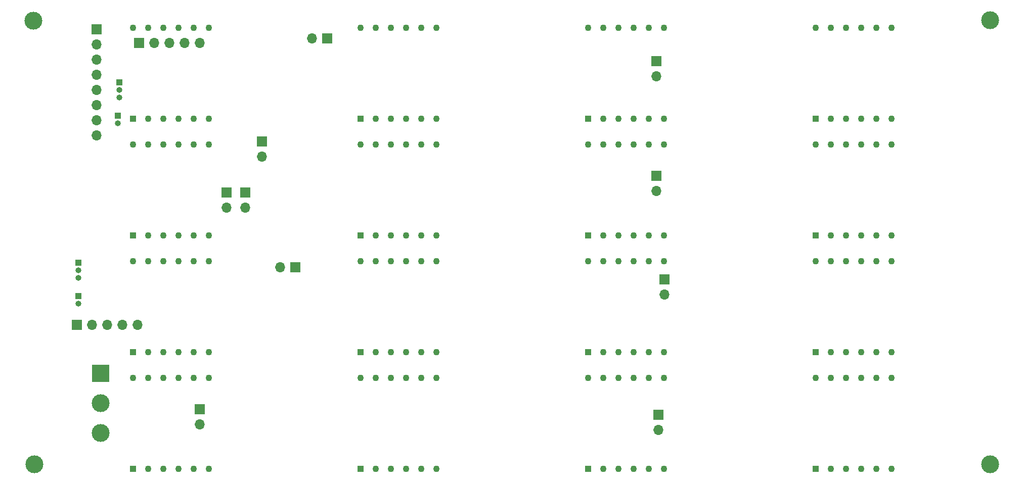
<source format=gbr>
%TF.GenerationSoftware,KiCad,Pcbnew,7.0.9*%
%TF.CreationDate,2024-05-27T22:26:10+09:00*%
%TF.ProjectId,segments-2-the-absurd,7365676d-656e-4747-932d-322d7468652d,rev?*%
%TF.SameCoordinates,Original*%
%TF.FileFunction,Soldermask,Top*%
%TF.FilePolarity,Negative*%
%FSLAX46Y46*%
G04 Gerber Fmt 4.6, Leading zero omitted, Abs format (unit mm)*
G04 Created by KiCad (PCBNEW 7.0.9) date 2024-05-27 22:26:10*
%MOMM*%
%LPD*%
G01*
G04 APERTURE LIST*
%ADD10R,1.100000X1.100000*%
%ADD11C,1.100000*%
%ADD12C,3.000000*%
%ADD13R,3.000000X3.000000*%
%ADD14R,1.000000X1.000000*%
%ADD15O,1.000000X1.000000*%
%ADD16R,1.700000X1.700000*%
%ADD17O,1.700000X1.700000*%
G04 APERTURE END LIST*
D10*
%TO.C,D12*%
X331470000Y-158494000D03*
D11*
X334010000Y-158494000D03*
X336550000Y-158494000D03*
X339090000Y-158494000D03*
X341630000Y-158494000D03*
X344170000Y-158494000D03*
X344170000Y-143254000D03*
X341630000Y-143254000D03*
X339090000Y-143254000D03*
X336550000Y-143254000D03*
X334010000Y-143254000D03*
X331470000Y-143254000D03*
%TD*%
D10*
%TO.C,D2*%
X255271000Y-119378000D03*
D11*
X257811000Y-119378000D03*
X260351000Y-119378000D03*
X262891000Y-119378000D03*
X265431000Y-119378000D03*
X267971000Y-119378000D03*
X267971000Y-104138000D03*
X265431000Y-104138000D03*
X262891000Y-104138000D03*
X260351000Y-104138000D03*
X257811000Y-104138000D03*
X255271000Y-104138000D03*
%TD*%
D12*
%TO.C,REF\u002A\u002A*%
X360680000Y-102870000D03*
%TD*%
D13*
%TO.C,J1*%
X211775200Y-162030400D03*
D12*
X211775200Y-167030400D03*
X211775200Y-172030400D03*
%TD*%
D10*
%TO.C,D6*%
X255270000Y-138936000D03*
D11*
X257810000Y-138936000D03*
X260350000Y-138936000D03*
X262890000Y-138936000D03*
X265430000Y-138936000D03*
X267970000Y-138936000D03*
X267970000Y-123696000D03*
X265430000Y-123696000D03*
X262890000Y-123696000D03*
X260350000Y-123696000D03*
X257810000Y-123696000D03*
X255270000Y-123696000D03*
%TD*%
D10*
%TO.C,D8*%
X331470000Y-138936000D03*
D11*
X334010000Y-138936000D03*
X336550000Y-138936000D03*
X339090000Y-138936000D03*
X341630000Y-138936000D03*
X344170000Y-138936000D03*
X344170000Y-123696000D03*
X341630000Y-123696000D03*
X339090000Y-123696000D03*
X336550000Y-123696000D03*
X334010000Y-123696000D03*
X331470000Y-123696000D03*
%TD*%
D10*
%TO.C,D7*%
X293370000Y-138936000D03*
D11*
X295910000Y-138936000D03*
X298450000Y-138936000D03*
X300990000Y-138936000D03*
X303530000Y-138936000D03*
X306070000Y-138936000D03*
X306070000Y-123696000D03*
X303530000Y-123696000D03*
X300990000Y-123696000D03*
X298450000Y-123696000D03*
X295910000Y-123696000D03*
X293370000Y-123696000D03*
%TD*%
D10*
%TO.C,D1*%
X217171000Y-119378000D03*
D11*
X219711000Y-119378000D03*
X222251000Y-119378000D03*
X224791000Y-119378000D03*
X227331000Y-119378000D03*
X229871000Y-119378000D03*
X229871000Y-104138000D03*
X227331000Y-104138000D03*
X224791000Y-104138000D03*
X222251000Y-104138000D03*
X219711000Y-104138000D03*
X217171000Y-104138000D03*
%TD*%
D10*
%TO.C,D15*%
X293370000Y-178052000D03*
D11*
X295910000Y-178052000D03*
X298450000Y-178052000D03*
X300990000Y-178052000D03*
X303530000Y-178052000D03*
X306070000Y-178052000D03*
X306070000Y-162812000D03*
X303530000Y-162812000D03*
X300990000Y-162812000D03*
X298450000Y-162812000D03*
X295910000Y-162812000D03*
X293370000Y-162812000D03*
%TD*%
D12*
%TO.C,REF\u002A\u002A*%
X360680000Y-177292000D03*
%TD*%
D10*
%TO.C,D5*%
X217170000Y-138936000D03*
D11*
X219710000Y-138936000D03*
X222250000Y-138936000D03*
X224790000Y-138936000D03*
X227330000Y-138936000D03*
X229870000Y-138936000D03*
X229870000Y-123696000D03*
X227330000Y-123696000D03*
X224790000Y-123696000D03*
X222250000Y-123696000D03*
X219710000Y-123696000D03*
X217170000Y-123696000D03*
%TD*%
D12*
%TO.C,REF\u002A\u002A*%
X200660000Y-177292000D03*
%TD*%
D10*
%TO.C,D3*%
X293372000Y-119380000D03*
D11*
X295912000Y-119380000D03*
X298452000Y-119380000D03*
X300992000Y-119380000D03*
X303532000Y-119380000D03*
X306072000Y-119380000D03*
X306072000Y-104140000D03*
X303532000Y-104140000D03*
X300992000Y-104140000D03*
X298452000Y-104140000D03*
X295912000Y-104140000D03*
X293372000Y-104140000D03*
%TD*%
D12*
%TO.C,REF\u002A\u002A*%
X200507600Y-102946200D03*
%TD*%
D10*
%TO.C,D9*%
X217170000Y-158494000D03*
D11*
X219710000Y-158494000D03*
X222250000Y-158494000D03*
X224790000Y-158494000D03*
X227330000Y-158494000D03*
X229870000Y-158494000D03*
X229870000Y-143254000D03*
X227330000Y-143254000D03*
X224790000Y-143254000D03*
X222250000Y-143254000D03*
X219710000Y-143254000D03*
X217170000Y-143254000D03*
%TD*%
D10*
%TO.C,D16*%
X331470000Y-178052000D03*
D11*
X334010000Y-178052000D03*
X336550000Y-178052000D03*
X339090000Y-178052000D03*
X341630000Y-178052000D03*
X344170000Y-178052000D03*
X344170000Y-162812000D03*
X341630000Y-162812000D03*
X339090000Y-162812000D03*
X336550000Y-162812000D03*
X334010000Y-162812000D03*
X331470000Y-162812000D03*
%TD*%
D10*
%TO.C,D11*%
X293371000Y-158492000D03*
D11*
X295911000Y-158492000D03*
X298451000Y-158492000D03*
X300991000Y-158492000D03*
X303531000Y-158492000D03*
X306071000Y-158492000D03*
X306071000Y-143252000D03*
X303531000Y-143252000D03*
X300991000Y-143252000D03*
X298451000Y-143252000D03*
X295911000Y-143252000D03*
X293371000Y-143252000D03*
%TD*%
D10*
%TO.C,D10*%
X255270000Y-158494000D03*
D11*
X257810000Y-158494000D03*
X260350000Y-158494000D03*
X262890000Y-158494000D03*
X265430000Y-158494000D03*
X267970000Y-158494000D03*
X267970000Y-143254000D03*
X265430000Y-143254000D03*
X262890000Y-143254000D03*
X260350000Y-143254000D03*
X257810000Y-143254000D03*
X255270000Y-143254000D03*
%TD*%
D10*
%TO.C,D13*%
X217170000Y-178052000D03*
D11*
X219710000Y-178052000D03*
X222250000Y-178052000D03*
X224790000Y-178052000D03*
X227330000Y-178052000D03*
X229870000Y-178052000D03*
X229870000Y-162812000D03*
X227330000Y-162812000D03*
X224790000Y-162812000D03*
X222250000Y-162812000D03*
X219710000Y-162812000D03*
X217170000Y-162812000D03*
%TD*%
D10*
%TO.C,D4*%
X331472000Y-119380000D03*
D11*
X334012000Y-119380000D03*
X336552000Y-119380000D03*
X339092000Y-119380000D03*
X341632000Y-119380000D03*
X344172000Y-119380000D03*
X344172000Y-104140000D03*
X341632000Y-104140000D03*
X339092000Y-104140000D03*
X336552000Y-104140000D03*
X334012000Y-104140000D03*
X331472000Y-104140000D03*
%TD*%
D10*
%TO.C,D14*%
X255270000Y-178052000D03*
D11*
X257810000Y-178052000D03*
X260350000Y-178052000D03*
X262890000Y-178052000D03*
X265430000Y-178052000D03*
X267970000Y-178052000D03*
X267970000Y-162812000D03*
X265430000Y-162812000D03*
X262890000Y-162812000D03*
X260350000Y-162812000D03*
X257810000Y-162812000D03*
X255270000Y-162812000D03*
%TD*%
D14*
%TO.C,J7*%
X214630000Y-118872000D03*
D15*
X214630000Y-120142000D03*
%TD*%
D14*
%TO.C,J8*%
X208026000Y-149098000D03*
D15*
X208026000Y-150368000D03*
%TD*%
D16*
%TO.C,J13*%
X228346000Y-168016000D03*
D17*
X228346000Y-170556000D03*
%TD*%
D16*
%TO.C,J2*%
X211074000Y-104394000D03*
D17*
X211074000Y-106934000D03*
X211074000Y-109474000D03*
X211074000Y-112014000D03*
X211074000Y-114554000D03*
X211074000Y-117094000D03*
X211074000Y-119634000D03*
X211074000Y-122174000D03*
%TD*%
D16*
%TO.C,J15*%
X304800000Y-128900000D03*
D17*
X304800000Y-131440000D03*
%TD*%
D14*
%TO.C,J18*%
X214884000Y-113279000D03*
D15*
X214884000Y-114549000D03*
X214884000Y-115819000D03*
%TD*%
D16*
%TO.C,J14*%
X244348000Y-144272000D03*
D17*
X241808000Y-144272000D03*
%TD*%
D16*
%TO.C,J4*%
X218186000Y-106680000D03*
D17*
X220726000Y-106680000D03*
X223266000Y-106680000D03*
X225806000Y-106680000D03*
X228346000Y-106680000D03*
%TD*%
D16*
%TO.C,J20*%
X232867200Y-131673600D03*
D17*
X232867200Y-134213600D03*
%TD*%
D16*
%TO.C,J11*%
X238760000Y-123190000D03*
D17*
X238760000Y-125730000D03*
%TD*%
D16*
%TO.C,J16*%
X305135000Y-168981000D03*
D17*
X305135000Y-171521000D03*
%TD*%
D16*
%TO.C,J12*%
X249682000Y-105918000D03*
D17*
X247142000Y-105918000D03*
%TD*%
D16*
%TO.C,J9*%
X304800000Y-109723000D03*
D17*
X304800000Y-112263000D03*
%TD*%
D16*
%TO.C,J10*%
X306197000Y-146304000D03*
D17*
X306197000Y-148844000D03*
%TD*%
D16*
%TO.C,J6*%
X207777000Y-153924000D03*
D17*
X210317000Y-153924000D03*
X212857000Y-153924000D03*
X215397000Y-153924000D03*
X217937000Y-153924000D03*
%TD*%
D14*
%TO.C,J19*%
X208026000Y-143505000D03*
D15*
X208026000Y-144775000D03*
X208026000Y-146045000D03*
%TD*%
D16*
%TO.C,J17*%
X235991400Y-131673600D03*
D17*
X235991400Y-134213600D03*
%TD*%
M02*

</source>
